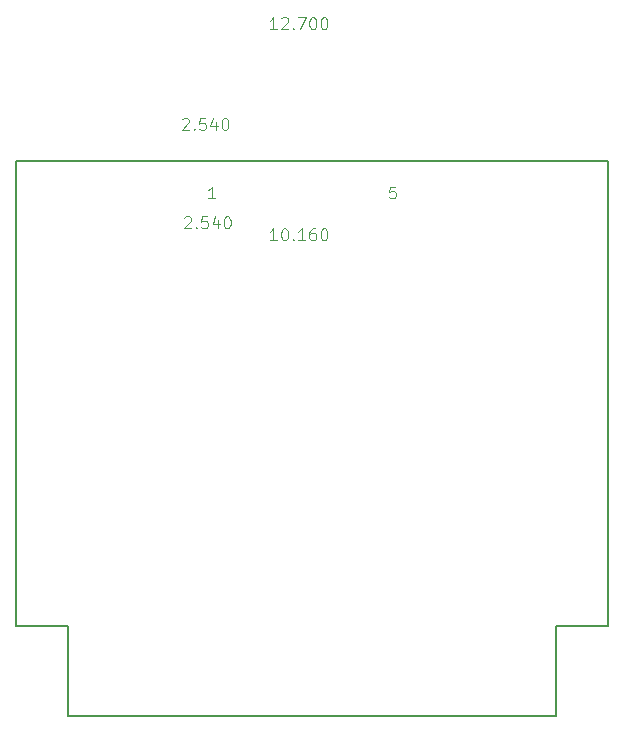
<source format=gbr>
G04 #@! TF.GenerationSoftware,KiCad,Pcbnew,(5.0.2)-1*
G04 #@! TF.CreationDate,2019-06-27T19:33:00-04:00*
G04 #@! TF.ProjectId,IGEM_Device,4947454d-5f44-4657-9669-63652e6b6963,rev?*
G04 #@! TF.SameCoordinates,Original*
G04 #@! TF.FileFunction,Profile,NP*
%FSLAX46Y46*%
G04 Gerber Fmt 4.6, Leading zero omitted, Abs format (unit mm)*
G04 Created by KiCad (PCBNEW (5.0.2)-1) date 2019-06-27 7:33:00 PM*
%MOMM*%
%LPD*%
G01*
G04 APERTURE LIST*
%ADD10C,0.150000*%
%ADD11C,0.050000*%
G04 APERTURE END LIST*
D10*
X104775000Y-97790000D02*
X104775000Y-90170000D01*
X146050000Y-97790000D02*
X104775000Y-97790000D01*
X146050000Y-90170000D02*
X146050000Y-97790000D01*
X150495000Y-90170000D02*
X146050000Y-90170000D01*
X100330000Y-90170000D02*
X100330000Y-50800000D01*
X104775000Y-90170000D02*
X100330000Y-90170000D01*
X150495000Y-50800000D02*
X150495000Y-90170000D01*
X100330000Y-50800000D02*
X150495000Y-50800000D01*
G04 #@! TO.C,J2*
D11*
X114608629Y-55618629D02*
X114656248Y-55571010D01*
X114751486Y-55523390D01*
X114989581Y-55523390D01*
X115084819Y-55571010D01*
X115132438Y-55618629D01*
X115180057Y-55713867D01*
X115180057Y-55809105D01*
X115132438Y-55951962D01*
X114561010Y-56523390D01*
X115180057Y-56523390D01*
X115608629Y-56428152D02*
X115656248Y-56475771D01*
X115608629Y-56523390D01*
X115561010Y-56475771D01*
X115608629Y-56428152D01*
X115608629Y-56523390D01*
X116561010Y-55523390D02*
X116084819Y-55523390D01*
X116037200Y-55999581D01*
X116084819Y-55951962D01*
X116180057Y-55904343D01*
X116418152Y-55904343D01*
X116513390Y-55951962D01*
X116561010Y-55999581D01*
X116608629Y-56094819D01*
X116608629Y-56332914D01*
X116561010Y-56428152D01*
X116513390Y-56475771D01*
X116418152Y-56523390D01*
X116180057Y-56523390D01*
X116084819Y-56475771D01*
X116037200Y-56428152D01*
X117465771Y-55856724D02*
X117465771Y-56523390D01*
X117227676Y-55475771D02*
X116989581Y-56190057D01*
X117608629Y-56190057D01*
X118180057Y-55523390D02*
X118275295Y-55523390D01*
X118370533Y-55571010D01*
X118418152Y-55618629D01*
X118465771Y-55713867D01*
X118513390Y-55904343D01*
X118513390Y-56142438D01*
X118465771Y-56332914D01*
X118418152Y-56428152D01*
X118370533Y-56475771D01*
X118275295Y-56523390D01*
X118180057Y-56523390D01*
X118084819Y-56475771D01*
X118037200Y-56428152D01*
X117989581Y-56332914D01*
X117941962Y-56142438D01*
X117941962Y-55904343D01*
X117989581Y-55713867D01*
X118037200Y-55618629D01*
X118084819Y-55571010D01*
X118180057Y-55523390D01*
X117210704Y-53995380D02*
X116639275Y-53995380D01*
X116924990Y-53995380D02*
X116924990Y-52995380D01*
X116829751Y-53138238D01*
X116734513Y-53233476D01*
X116639275Y-53281095D01*
X114430619Y-47299619D02*
X114478238Y-47252000D01*
X114573476Y-47204380D01*
X114811571Y-47204380D01*
X114906809Y-47252000D01*
X114954428Y-47299619D01*
X115002047Y-47394857D01*
X115002047Y-47490095D01*
X114954428Y-47632952D01*
X114383000Y-48204380D01*
X115002047Y-48204380D01*
X115430619Y-48109142D02*
X115478238Y-48156761D01*
X115430619Y-48204380D01*
X115383000Y-48156761D01*
X115430619Y-48109142D01*
X115430619Y-48204380D01*
X116383000Y-47204380D02*
X115906809Y-47204380D01*
X115859190Y-47680571D01*
X115906809Y-47632952D01*
X116002047Y-47585333D01*
X116240142Y-47585333D01*
X116335380Y-47632952D01*
X116383000Y-47680571D01*
X116430619Y-47775809D01*
X116430619Y-48013904D01*
X116383000Y-48109142D01*
X116335380Y-48156761D01*
X116240142Y-48204380D01*
X116002047Y-48204380D01*
X115906809Y-48156761D01*
X115859190Y-48109142D01*
X117287761Y-47537714D02*
X117287761Y-48204380D01*
X117049666Y-47156761D02*
X116811571Y-47871047D01*
X117430619Y-47871047D01*
X118002047Y-47204380D02*
X118097285Y-47204380D01*
X118192523Y-47252000D01*
X118240142Y-47299619D01*
X118287761Y-47394857D01*
X118335380Y-47585333D01*
X118335380Y-47823428D01*
X118287761Y-48013904D01*
X118240142Y-48109142D01*
X118192523Y-48156761D01*
X118097285Y-48204380D01*
X118002047Y-48204380D01*
X117906809Y-48156761D01*
X117859190Y-48109142D01*
X117811571Y-48013904D01*
X117763952Y-47823428D01*
X117763952Y-47585333D01*
X117811571Y-47394857D01*
X117859190Y-47299619D01*
X117906809Y-47252000D01*
X118002047Y-47204380D01*
X122437859Y-57539390D02*
X121866430Y-57539390D01*
X122152144Y-57539390D02*
X122152144Y-56539390D01*
X122056906Y-56682248D01*
X121961668Y-56777486D01*
X121866430Y-56825105D01*
X123056906Y-56539390D02*
X123152144Y-56539390D01*
X123247382Y-56587010D01*
X123295002Y-56634629D01*
X123342621Y-56729867D01*
X123390240Y-56920343D01*
X123390240Y-57158438D01*
X123342621Y-57348914D01*
X123295002Y-57444152D01*
X123247382Y-57491771D01*
X123152144Y-57539390D01*
X123056906Y-57539390D01*
X122961668Y-57491771D01*
X122914049Y-57444152D01*
X122866430Y-57348914D01*
X122818811Y-57158438D01*
X122818811Y-56920343D01*
X122866430Y-56729867D01*
X122914049Y-56634629D01*
X122961668Y-56587010D01*
X123056906Y-56539390D01*
X123818811Y-57444152D02*
X123866430Y-57491771D01*
X123818811Y-57539390D01*
X123771192Y-57491771D01*
X123818811Y-57444152D01*
X123818811Y-57539390D01*
X124818811Y-57539390D02*
X124247382Y-57539390D01*
X124533097Y-57539390D02*
X124533097Y-56539390D01*
X124437859Y-56682248D01*
X124342621Y-56777486D01*
X124247382Y-56825105D01*
X125675954Y-56539390D02*
X125485478Y-56539390D01*
X125390240Y-56587010D01*
X125342621Y-56634629D01*
X125247382Y-56777486D01*
X125199763Y-56967962D01*
X125199763Y-57348914D01*
X125247382Y-57444152D01*
X125295002Y-57491771D01*
X125390240Y-57539390D01*
X125580716Y-57539390D01*
X125675954Y-57491771D01*
X125723573Y-57444152D01*
X125771192Y-57348914D01*
X125771192Y-57110819D01*
X125723573Y-57015581D01*
X125675954Y-56967962D01*
X125580716Y-56920343D01*
X125390240Y-56920343D01*
X125295002Y-56967962D01*
X125247382Y-57015581D01*
X125199763Y-57110819D01*
X126390240Y-56539390D02*
X126485478Y-56539390D01*
X126580716Y-56587010D01*
X126628335Y-56634629D01*
X126675954Y-56729867D01*
X126723573Y-56920343D01*
X126723573Y-57158438D01*
X126675954Y-57348914D01*
X126628335Y-57444152D01*
X126580716Y-57491771D01*
X126485478Y-57539390D01*
X126390240Y-57539390D01*
X126295002Y-57491771D01*
X126247382Y-57444152D01*
X126199763Y-57348914D01*
X126152144Y-57158438D01*
X126152144Y-56920343D01*
X126199763Y-56729867D01*
X126247382Y-56634629D01*
X126295002Y-56587010D01*
X126390240Y-56539390D01*
X122437859Y-39667390D02*
X121866430Y-39667390D01*
X122152144Y-39667390D02*
X122152144Y-38667390D01*
X122056906Y-38810248D01*
X121961668Y-38905486D01*
X121866430Y-38953105D01*
X122818811Y-38762629D02*
X122866430Y-38715010D01*
X122961668Y-38667390D01*
X123199763Y-38667390D01*
X123295002Y-38715010D01*
X123342621Y-38762629D01*
X123390240Y-38857867D01*
X123390240Y-38953105D01*
X123342621Y-39095962D01*
X122771192Y-39667390D01*
X123390240Y-39667390D01*
X123818811Y-39572152D02*
X123866430Y-39619771D01*
X123818811Y-39667390D01*
X123771192Y-39619771D01*
X123818811Y-39572152D01*
X123818811Y-39667390D01*
X124199763Y-38667390D02*
X124866430Y-38667390D01*
X124437859Y-39667390D01*
X125437859Y-38667390D02*
X125533097Y-38667390D01*
X125628335Y-38715010D01*
X125675954Y-38762629D01*
X125723573Y-38857867D01*
X125771192Y-39048343D01*
X125771192Y-39286438D01*
X125723573Y-39476914D01*
X125675954Y-39572152D01*
X125628335Y-39619771D01*
X125533097Y-39667390D01*
X125437859Y-39667390D01*
X125342621Y-39619771D01*
X125295002Y-39572152D01*
X125247382Y-39476914D01*
X125199763Y-39286438D01*
X125199763Y-39048343D01*
X125247382Y-38857867D01*
X125295002Y-38762629D01*
X125342621Y-38715010D01*
X125437859Y-38667390D01*
X126390240Y-38667390D02*
X126485478Y-38667390D01*
X126580716Y-38715010D01*
X126628335Y-38762629D01*
X126675954Y-38857867D01*
X126723573Y-39048343D01*
X126723573Y-39286438D01*
X126675954Y-39476914D01*
X126628335Y-39572152D01*
X126580716Y-39619771D01*
X126485478Y-39667390D01*
X126390240Y-39667390D01*
X126295002Y-39619771D01*
X126247382Y-39572152D01*
X126199763Y-39476914D01*
X126152144Y-39286438D01*
X126152144Y-39048343D01*
X126199763Y-38857867D01*
X126247382Y-38762629D01*
X126295002Y-38715010D01*
X126390240Y-38667390D01*
X132474105Y-52995380D02*
X131997914Y-52995380D01*
X131950295Y-53471571D01*
X131997914Y-53423952D01*
X132093152Y-53376333D01*
X132331248Y-53376333D01*
X132426486Y-53423952D01*
X132474105Y-53471571D01*
X132521724Y-53566809D01*
X132521724Y-53804904D01*
X132474105Y-53900142D01*
X132426486Y-53947761D01*
X132331248Y-53995380D01*
X132093152Y-53995380D01*
X131997914Y-53947761D01*
X131950295Y-53900142D01*
G04 #@! TD*
M02*

</source>
